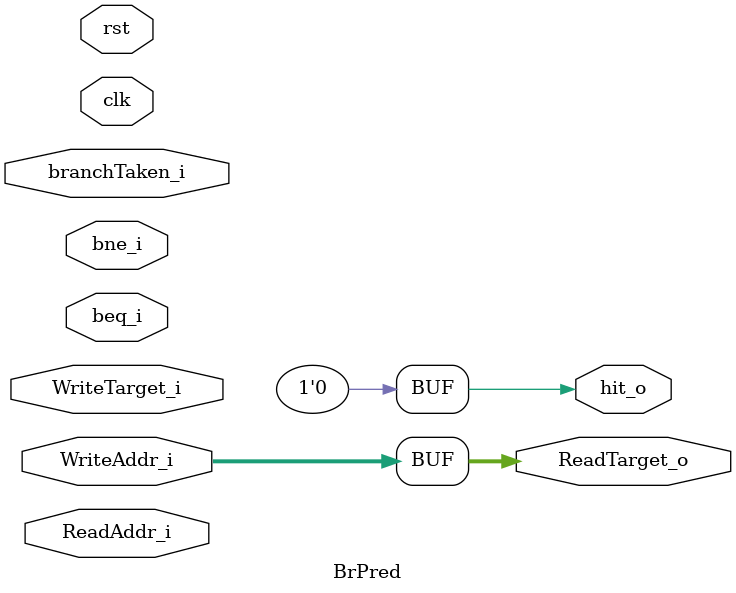
<source format=v>
module BrPred(
    input                  clk,
    input                  rst,

    input                  branchTaken_i,
    input         [31:0]   WriteAddr_i,
    input         [31:0]   WriteTarget_i,

    input                  beq_i,
    input                  bne_i,
    input         [31:0]   ReadAddr_i,
    output reg    [31:0]   ReadTarget_o,
    output reg             hit_o
);

always @(*) begin
    ReadTarget_o = WriteAddr_i;
    hit_o = 0;
end


parameter NUM_INDEX_BIT = 3;
parameter NUM_ENTRY = 8;

localparam S_NONTAKEN = 0;
localparam S_NEAR_NONTAKEN = 1;
localparam S_NEAR_TAKEN = 2;
localparam S_TAKEN = 3;

/*
reg [1:0] predict [0:NUM_ENTRY-1];
reg [1:0] nxt_predict [0:NUM_ENTRY-1];
//
wire [NUM_INDEX_BIT-1:0] index;
//
integer i;
//
//
assign index = Addr_i[NUM_INDEX_BIT-1:0];
//
assign Hit_o =
always @* begin
    for (i = 0; i < NUM_ENTRY; i = i + 1) begin
        nxt_predict[i] = predict[i];
    end

    nxt_predict[index] = Target_i;
end

always @(posedge clk) begin
    for (i = 0; i < NUM_ENTRY; i = i + 1) begin
        predict[i] <= nxt_predict[i];
    end
end
*/
endmodule
</source>
